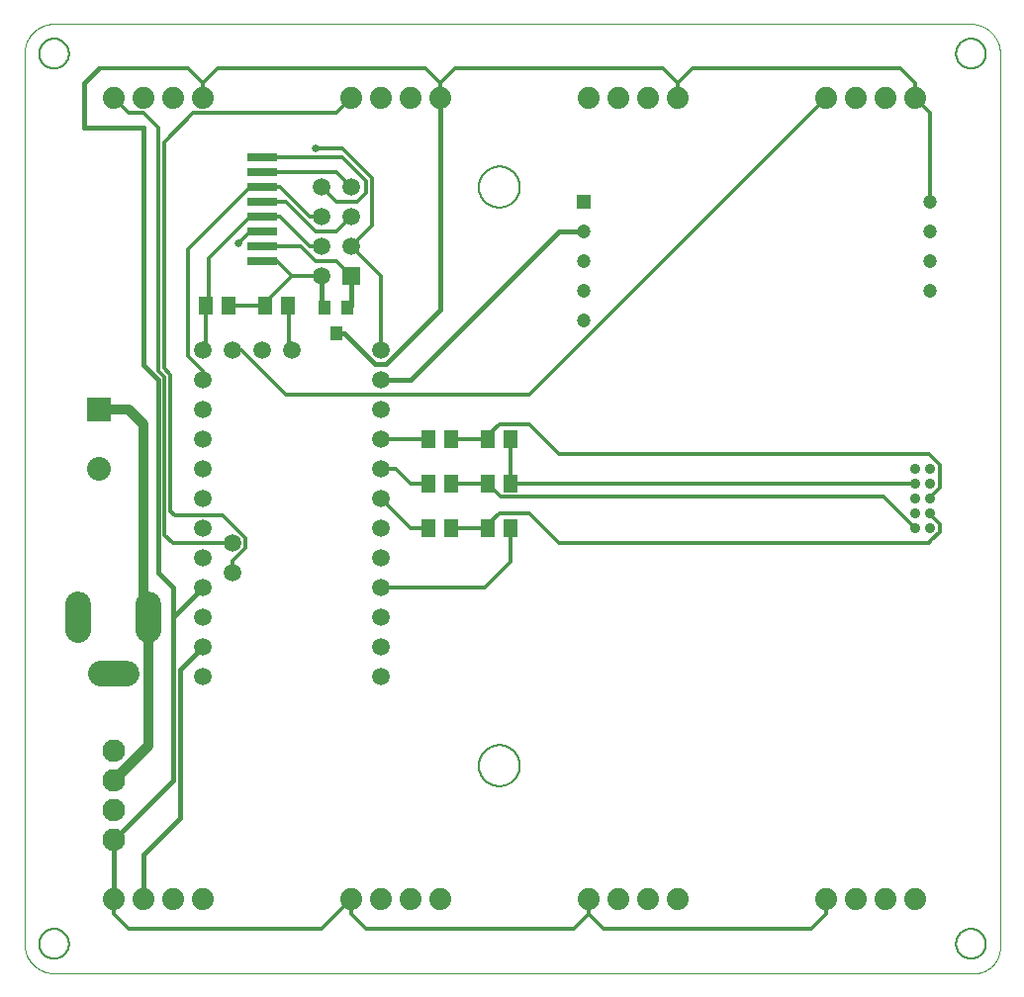
<source format=gtl>
G75*
%MOIN*%
%OFA0B0*%
%FSLAX25Y25*%
%IPPOS*%
%LPD*%
%AMOC8*
5,1,8,0,0,1.08239X$1,22.5*
%
%ADD10C,0.00000*%
%ADD11C,0.00600*%
%ADD12C,0.07400*%
%ADD13C,0.08600*%
%ADD14C,0.05906*%
%ADD15R,0.04724X0.04724*%
%ADD16C,0.04724*%
%ADD17R,0.10000X0.03000*%
%ADD18R,0.05118X0.05906*%
%ADD19R,0.08000X0.08000*%
%ADD20C,0.08000*%
%ADD21R,0.04000X0.04724*%
%ADD22C,0.03562*%
%ADD23C,0.07600*%
%ADD24R,0.05906X0.05906*%
%ADD25C,0.01200*%
%ADD26C,0.01600*%
%ADD27C,0.03200*%
%ADD28C,0.02578*%
D10*
X0013520Y0011600D02*
X0013520Y0311561D01*
X0013523Y0311803D01*
X0013532Y0312044D01*
X0013546Y0312285D01*
X0013567Y0312526D01*
X0013593Y0312766D01*
X0013625Y0313006D01*
X0013663Y0313245D01*
X0013706Y0313482D01*
X0013756Y0313719D01*
X0013811Y0313954D01*
X0013871Y0314188D01*
X0013938Y0314420D01*
X0014009Y0314651D01*
X0014087Y0314880D01*
X0014170Y0315107D01*
X0014258Y0315332D01*
X0014352Y0315555D01*
X0014451Y0315775D01*
X0014556Y0315993D01*
X0014665Y0316208D01*
X0014780Y0316421D01*
X0014900Y0316631D01*
X0015025Y0316837D01*
X0015155Y0317041D01*
X0015290Y0317242D01*
X0015430Y0317439D01*
X0015574Y0317633D01*
X0015723Y0317823D01*
X0015877Y0318009D01*
X0016035Y0318192D01*
X0016197Y0318371D01*
X0016364Y0318546D01*
X0016535Y0318717D01*
X0016710Y0318884D01*
X0016889Y0319046D01*
X0017072Y0319204D01*
X0017258Y0319358D01*
X0017448Y0319507D01*
X0017642Y0319651D01*
X0017839Y0319791D01*
X0018040Y0319926D01*
X0018244Y0320056D01*
X0018450Y0320181D01*
X0018660Y0320301D01*
X0018873Y0320416D01*
X0019088Y0320525D01*
X0019306Y0320630D01*
X0019526Y0320729D01*
X0019749Y0320823D01*
X0019974Y0320911D01*
X0020201Y0320994D01*
X0020430Y0321072D01*
X0020661Y0321143D01*
X0020893Y0321210D01*
X0021127Y0321270D01*
X0021362Y0321325D01*
X0021599Y0321375D01*
X0021836Y0321418D01*
X0022075Y0321456D01*
X0022315Y0321488D01*
X0022555Y0321514D01*
X0022796Y0321535D01*
X0023037Y0321549D01*
X0023278Y0321558D01*
X0023520Y0321561D01*
X0332260Y0321561D01*
X0332501Y0321558D01*
X0332741Y0321549D01*
X0332982Y0321535D01*
X0333221Y0321514D01*
X0333461Y0321488D01*
X0333699Y0321456D01*
X0333937Y0321419D01*
X0334174Y0321375D01*
X0334409Y0321326D01*
X0334644Y0321272D01*
X0334877Y0321211D01*
X0335108Y0321145D01*
X0335338Y0321073D01*
X0335566Y0320996D01*
X0335792Y0320914D01*
X0336016Y0320826D01*
X0336238Y0320732D01*
X0336458Y0320633D01*
X0336675Y0320529D01*
X0336889Y0320420D01*
X0337101Y0320306D01*
X0337310Y0320186D01*
X0337516Y0320062D01*
X0337719Y0319932D01*
X0337918Y0319798D01*
X0338115Y0319659D01*
X0338308Y0319515D01*
X0338497Y0319366D01*
X0338683Y0319213D01*
X0338865Y0319056D01*
X0339044Y0318894D01*
X0339218Y0318728D01*
X0339388Y0318558D01*
X0339554Y0318384D01*
X0339716Y0318205D01*
X0339873Y0318023D01*
X0340026Y0317837D01*
X0340175Y0317648D01*
X0340319Y0317455D01*
X0340458Y0317258D01*
X0340592Y0317059D01*
X0340722Y0316856D01*
X0340846Y0316650D01*
X0340966Y0316441D01*
X0341080Y0316229D01*
X0341189Y0316015D01*
X0341293Y0315798D01*
X0341392Y0315578D01*
X0341486Y0315356D01*
X0341574Y0315132D01*
X0341656Y0314906D01*
X0341733Y0314678D01*
X0341805Y0314448D01*
X0341871Y0314217D01*
X0341932Y0313984D01*
X0341986Y0313749D01*
X0342035Y0313514D01*
X0342079Y0313277D01*
X0342116Y0313039D01*
X0342148Y0312801D01*
X0342174Y0312561D01*
X0342195Y0312322D01*
X0342209Y0312081D01*
X0342218Y0311841D01*
X0342221Y0311600D01*
X0342220Y0311600D02*
X0342220Y0010301D01*
X0342221Y0010301D02*
X0342218Y0010091D01*
X0342211Y0009881D01*
X0342198Y0009671D01*
X0342180Y0009461D01*
X0342158Y0009252D01*
X0342130Y0009044D01*
X0342097Y0008836D01*
X0342059Y0008629D01*
X0342016Y0008423D01*
X0341968Y0008219D01*
X0341915Y0008015D01*
X0341858Y0007813D01*
X0341795Y0007612D01*
X0341728Y0007413D01*
X0341656Y0007216D01*
X0341579Y0007020D01*
X0341497Y0006826D01*
X0341411Y0006634D01*
X0341320Y0006445D01*
X0341224Y0006257D01*
X0341124Y0006072D01*
X0341020Y0005890D01*
X0340911Y0005710D01*
X0340798Y0005533D01*
X0340681Y0005358D01*
X0340559Y0005187D01*
X0340434Y0005018D01*
X0340304Y0004853D01*
X0340170Y0004690D01*
X0340033Y0004531D01*
X0339891Y0004375D01*
X0339746Y0004223D01*
X0339598Y0004075D01*
X0339446Y0003930D01*
X0339290Y0003788D01*
X0339131Y0003651D01*
X0338968Y0003517D01*
X0338803Y0003387D01*
X0338634Y0003262D01*
X0338463Y0003140D01*
X0338288Y0003023D01*
X0338111Y0002910D01*
X0337931Y0002801D01*
X0337749Y0002697D01*
X0337564Y0002597D01*
X0337376Y0002501D01*
X0337187Y0002410D01*
X0336995Y0002324D01*
X0336801Y0002242D01*
X0336605Y0002165D01*
X0336408Y0002093D01*
X0336209Y0002026D01*
X0336008Y0001963D01*
X0335806Y0001906D01*
X0335602Y0001853D01*
X0335398Y0001805D01*
X0335192Y0001762D01*
X0334985Y0001724D01*
X0334777Y0001691D01*
X0334569Y0001663D01*
X0334360Y0001641D01*
X0334150Y0001623D01*
X0333940Y0001610D01*
X0333730Y0001603D01*
X0333520Y0001600D01*
X0023520Y0001600D01*
X0023278Y0001603D01*
X0023037Y0001612D01*
X0022796Y0001626D01*
X0022555Y0001647D01*
X0022315Y0001673D01*
X0022075Y0001705D01*
X0021836Y0001743D01*
X0021599Y0001786D01*
X0021362Y0001836D01*
X0021127Y0001891D01*
X0020893Y0001951D01*
X0020661Y0002018D01*
X0020430Y0002089D01*
X0020201Y0002167D01*
X0019974Y0002250D01*
X0019749Y0002338D01*
X0019526Y0002432D01*
X0019306Y0002531D01*
X0019088Y0002636D01*
X0018873Y0002745D01*
X0018660Y0002860D01*
X0018450Y0002980D01*
X0018244Y0003105D01*
X0018040Y0003235D01*
X0017839Y0003370D01*
X0017642Y0003510D01*
X0017448Y0003654D01*
X0017258Y0003803D01*
X0017072Y0003957D01*
X0016889Y0004115D01*
X0016710Y0004277D01*
X0016535Y0004444D01*
X0016364Y0004615D01*
X0016197Y0004790D01*
X0016035Y0004969D01*
X0015877Y0005152D01*
X0015723Y0005338D01*
X0015574Y0005528D01*
X0015430Y0005722D01*
X0015290Y0005919D01*
X0015155Y0006120D01*
X0015025Y0006324D01*
X0014900Y0006530D01*
X0014780Y0006740D01*
X0014665Y0006953D01*
X0014556Y0007168D01*
X0014451Y0007386D01*
X0014352Y0007606D01*
X0014258Y0007829D01*
X0014170Y0008054D01*
X0014087Y0008281D01*
X0014009Y0008510D01*
X0013938Y0008741D01*
X0013871Y0008973D01*
X0013811Y0009207D01*
X0013756Y0009442D01*
X0013706Y0009679D01*
X0013663Y0009916D01*
X0013625Y0010155D01*
X0013593Y0010395D01*
X0013567Y0010635D01*
X0013546Y0010876D01*
X0013532Y0011117D01*
X0013523Y0011358D01*
X0013520Y0011600D01*
D11*
X0018520Y0011600D02*
X0018522Y0011741D01*
X0018528Y0011882D01*
X0018538Y0012022D01*
X0018552Y0012162D01*
X0018570Y0012302D01*
X0018591Y0012441D01*
X0018617Y0012580D01*
X0018646Y0012718D01*
X0018680Y0012854D01*
X0018717Y0012990D01*
X0018758Y0013125D01*
X0018803Y0013259D01*
X0018852Y0013391D01*
X0018904Y0013522D01*
X0018960Y0013651D01*
X0019020Y0013778D01*
X0019083Y0013904D01*
X0019149Y0014028D01*
X0019220Y0014151D01*
X0019293Y0014271D01*
X0019370Y0014389D01*
X0019450Y0014505D01*
X0019534Y0014618D01*
X0019620Y0014729D01*
X0019710Y0014838D01*
X0019803Y0014944D01*
X0019898Y0015047D01*
X0019997Y0015148D01*
X0020098Y0015246D01*
X0020202Y0015341D01*
X0020309Y0015433D01*
X0020418Y0015522D01*
X0020530Y0015607D01*
X0020644Y0015690D01*
X0020760Y0015770D01*
X0020879Y0015846D01*
X0021000Y0015918D01*
X0021122Y0015988D01*
X0021247Y0016053D01*
X0021373Y0016116D01*
X0021501Y0016174D01*
X0021631Y0016229D01*
X0021762Y0016281D01*
X0021895Y0016328D01*
X0022029Y0016372D01*
X0022164Y0016413D01*
X0022300Y0016449D01*
X0022437Y0016481D01*
X0022575Y0016510D01*
X0022713Y0016535D01*
X0022853Y0016555D01*
X0022993Y0016572D01*
X0023133Y0016585D01*
X0023274Y0016594D01*
X0023414Y0016599D01*
X0023555Y0016600D01*
X0023696Y0016597D01*
X0023837Y0016590D01*
X0023977Y0016579D01*
X0024117Y0016564D01*
X0024257Y0016545D01*
X0024396Y0016523D01*
X0024534Y0016496D01*
X0024672Y0016466D01*
X0024808Y0016431D01*
X0024944Y0016393D01*
X0025078Y0016351D01*
X0025212Y0016305D01*
X0025344Y0016256D01*
X0025474Y0016202D01*
X0025603Y0016145D01*
X0025730Y0016085D01*
X0025856Y0016021D01*
X0025979Y0015953D01*
X0026101Y0015882D01*
X0026221Y0015808D01*
X0026338Y0015730D01*
X0026453Y0015649D01*
X0026566Y0015565D01*
X0026677Y0015478D01*
X0026785Y0015387D01*
X0026890Y0015294D01*
X0026993Y0015197D01*
X0027093Y0015098D01*
X0027190Y0014996D01*
X0027284Y0014891D01*
X0027375Y0014784D01*
X0027463Y0014674D01*
X0027548Y0014562D01*
X0027630Y0014447D01*
X0027709Y0014330D01*
X0027784Y0014211D01*
X0027856Y0014090D01*
X0027924Y0013967D01*
X0027989Y0013842D01*
X0028051Y0013715D01*
X0028108Y0013586D01*
X0028163Y0013456D01*
X0028213Y0013325D01*
X0028260Y0013192D01*
X0028303Y0013058D01*
X0028342Y0012922D01*
X0028377Y0012786D01*
X0028409Y0012649D01*
X0028436Y0012511D01*
X0028460Y0012372D01*
X0028480Y0012232D01*
X0028496Y0012092D01*
X0028508Y0011952D01*
X0028516Y0011811D01*
X0028520Y0011670D01*
X0028520Y0011530D01*
X0028516Y0011389D01*
X0028508Y0011248D01*
X0028496Y0011108D01*
X0028480Y0010968D01*
X0028460Y0010828D01*
X0028436Y0010689D01*
X0028409Y0010551D01*
X0028377Y0010414D01*
X0028342Y0010278D01*
X0028303Y0010142D01*
X0028260Y0010008D01*
X0028213Y0009875D01*
X0028163Y0009744D01*
X0028108Y0009614D01*
X0028051Y0009485D01*
X0027989Y0009358D01*
X0027924Y0009233D01*
X0027856Y0009110D01*
X0027784Y0008989D01*
X0027709Y0008870D01*
X0027630Y0008753D01*
X0027548Y0008638D01*
X0027463Y0008526D01*
X0027375Y0008416D01*
X0027284Y0008309D01*
X0027190Y0008204D01*
X0027093Y0008102D01*
X0026993Y0008003D01*
X0026890Y0007906D01*
X0026785Y0007813D01*
X0026677Y0007722D01*
X0026566Y0007635D01*
X0026453Y0007551D01*
X0026338Y0007470D01*
X0026221Y0007392D01*
X0026101Y0007318D01*
X0025979Y0007247D01*
X0025856Y0007179D01*
X0025730Y0007115D01*
X0025603Y0007055D01*
X0025474Y0006998D01*
X0025344Y0006944D01*
X0025212Y0006895D01*
X0025078Y0006849D01*
X0024944Y0006807D01*
X0024808Y0006769D01*
X0024672Y0006734D01*
X0024534Y0006704D01*
X0024396Y0006677D01*
X0024257Y0006655D01*
X0024117Y0006636D01*
X0023977Y0006621D01*
X0023837Y0006610D01*
X0023696Y0006603D01*
X0023555Y0006600D01*
X0023414Y0006601D01*
X0023274Y0006606D01*
X0023133Y0006615D01*
X0022993Y0006628D01*
X0022853Y0006645D01*
X0022713Y0006665D01*
X0022575Y0006690D01*
X0022437Y0006719D01*
X0022300Y0006751D01*
X0022164Y0006787D01*
X0022029Y0006828D01*
X0021895Y0006872D01*
X0021762Y0006919D01*
X0021631Y0006971D01*
X0021501Y0007026D01*
X0021373Y0007084D01*
X0021247Y0007147D01*
X0021122Y0007212D01*
X0021000Y0007282D01*
X0020879Y0007354D01*
X0020760Y0007430D01*
X0020644Y0007510D01*
X0020530Y0007593D01*
X0020418Y0007678D01*
X0020309Y0007767D01*
X0020202Y0007859D01*
X0020098Y0007954D01*
X0019997Y0008052D01*
X0019898Y0008153D01*
X0019803Y0008256D01*
X0019710Y0008362D01*
X0019620Y0008471D01*
X0019534Y0008582D01*
X0019450Y0008695D01*
X0019370Y0008811D01*
X0019293Y0008929D01*
X0019220Y0009049D01*
X0019149Y0009172D01*
X0019083Y0009296D01*
X0019020Y0009422D01*
X0018960Y0009549D01*
X0018904Y0009678D01*
X0018852Y0009809D01*
X0018803Y0009941D01*
X0018758Y0010075D01*
X0018717Y0010210D01*
X0018680Y0010346D01*
X0018646Y0010482D01*
X0018617Y0010620D01*
X0018591Y0010759D01*
X0018570Y0010898D01*
X0018552Y0011038D01*
X0018538Y0011178D01*
X0018528Y0011318D01*
X0018522Y0011459D01*
X0018520Y0011600D01*
X0166630Y0071600D02*
X0166632Y0071769D01*
X0166638Y0071938D01*
X0166649Y0072107D01*
X0166663Y0072275D01*
X0166682Y0072443D01*
X0166705Y0072611D01*
X0166731Y0072778D01*
X0166762Y0072944D01*
X0166797Y0073110D01*
X0166836Y0073274D01*
X0166880Y0073438D01*
X0166927Y0073600D01*
X0166978Y0073761D01*
X0167033Y0073921D01*
X0167092Y0074080D01*
X0167154Y0074237D01*
X0167221Y0074392D01*
X0167292Y0074546D01*
X0167366Y0074698D01*
X0167444Y0074848D01*
X0167525Y0074996D01*
X0167610Y0075142D01*
X0167699Y0075286D01*
X0167791Y0075428D01*
X0167887Y0075567D01*
X0167986Y0075704D01*
X0168088Y0075839D01*
X0168194Y0075971D01*
X0168303Y0076100D01*
X0168415Y0076227D01*
X0168530Y0076351D01*
X0168648Y0076472D01*
X0168769Y0076590D01*
X0168893Y0076705D01*
X0169020Y0076817D01*
X0169149Y0076926D01*
X0169281Y0077032D01*
X0169416Y0077134D01*
X0169553Y0077233D01*
X0169692Y0077329D01*
X0169834Y0077421D01*
X0169978Y0077510D01*
X0170124Y0077595D01*
X0170272Y0077676D01*
X0170422Y0077754D01*
X0170574Y0077828D01*
X0170728Y0077899D01*
X0170883Y0077966D01*
X0171040Y0078028D01*
X0171199Y0078087D01*
X0171359Y0078142D01*
X0171520Y0078193D01*
X0171682Y0078240D01*
X0171846Y0078284D01*
X0172010Y0078323D01*
X0172176Y0078358D01*
X0172342Y0078389D01*
X0172509Y0078415D01*
X0172677Y0078438D01*
X0172845Y0078457D01*
X0173013Y0078471D01*
X0173182Y0078482D01*
X0173351Y0078488D01*
X0173520Y0078490D01*
X0173689Y0078488D01*
X0173858Y0078482D01*
X0174027Y0078471D01*
X0174195Y0078457D01*
X0174363Y0078438D01*
X0174531Y0078415D01*
X0174698Y0078389D01*
X0174864Y0078358D01*
X0175030Y0078323D01*
X0175194Y0078284D01*
X0175358Y0078240D01*
X0175520Y0078193D01*
X0175681Y0078142D01*
X0175841Y0078087D01*
X0176000Y0078028D01*
X0176157Y0077966D01*
X0176312Y0077899D01*
X0176466Y0077828D01*
X0176618Y0077754D01*
X0176768Y0077676D01*
X0176916Y0077595D01*
X0177062Y0077510D01*
X0177206Y0077421D01*
X0177348Y0077329D01*
X0177487Y0077233D01*
X0177624Y0077134D01*
X0177759Y0077032D01*
X0177891Y0076926D01*
X0178020Y0076817D01*
X0178147Y0076705D01*
X0178271Y0076590D01*
X0178392Y0076472D01*
X0178510Y0076351D01*
X0178625Y0076227D01*
X0178737Y0076100D01*
X0178846Y0075971D01*
X0178952Y0075839D01*
X0179054Y0075704D01*
X0179153Y0075567D01*
X0179249Y0075428D01*
X0179341Y0075286D01*
X0179430Y0075142D01*
X0179515Y0074996D01*
X0179596Y0074848D01*
X0179674Y0074698D01*
X0179748Y0074546D01*
X0179819Y0074392D01*
X0179886Y0074237D01*
X0179948Y0074080D01*
X0180007Y0073921D01*
X0180062Y0073761D01*
X0180113Y0073600D01*
X0180160Y0073438D01*
X0180204Y0073274D01*
X0180243Y0073110D01*
X0180278Y0072944D01*
X0180309Y0072778D01*
X0180335Y0072611D01*
X0180358Y0072443D01*
X0180377Y0072275D01*
X0180391Y0072107D01*
X0180402Y0071938D01*
X0180408Y0071769D01*
X0180410Y0071600D01*
X0180408Y0071431D01*
X0180402Y0071262D01*
X0180391Y0071093D01*
X0180377Y0070925D01*
X0180358Y0070757D01*
X0180335Y0070589D01*
X0180309Y0070422D01*
X0180278Y0070256D01*
X0180243Y0070090D01*
X0180204Y0069926D01*
X0180160Y0069762D01*
X0180113Y0069600D01*
X0180062Y0069439D01*
X0180007Y0069279D01*
X0179948Y0069120D01*
X0179886Y0068963D01*
X0179819Y0068808D01*
X0179748Y0068654D01*
X0179674Y0068502D01*
X0179596Y0068352D01*
X0179515Y0068204D01*
X0179430Y0068058D01*
X0179341Y0067914D01*
X0179249Y0067772D01*
X0179153Y0067633D01*
X0179054Y0067496D01*
X0178952Y0067361D01*
X0178846Y0067229D01*
X0178737Y0067100D01*
X0178625Y0066973D01*
X0178510Y0066849D01*
X0178392Y0066728D01*
X0178271Y0066610D01*
X0178147Y0066495D01*
X0178020Y0066383D01*
X0177891Y0066274D01*
X0177759Y0066168D01*
X0177624Y0066066D01*
X0177487Y0065967D01*
X0177348Y0065871D01*
X0177206Y0065779D01*
X0177062Y0065690D01*
X0176916Y0065605D01*
X0176768Y0065524D01*
X0176618Y0065446D01*
X0176466Y0065372D01*
X0176312Y0065301D01*
X0176157Y0065234D01*
X0176000Y0065172D01*
X0175841Y0065113D01*
X0175681Y0065058D01*
X0175520Y0065007D01*
X0175358Y0064960D01*
X0175194Y0064916D01*
X0175030Y0064877D01*
X0174864Y0064842D01*
X0174698Y0064811D01*
X0174531Y0064785D01*
X0174363Y0064762D01*
X0174195Y0064743D01*
X0174027Y0064729D01*
X0173858Y0064718D01*
X0173689Y0064712D01*
X0173520Y0064710D01*
X0173351Y0064712D01*
X0173182Y0064718D01*
X0173013Y0064729D01*
X0172845Y0064743D01*
X0172677Y0064762D01*
X0172509Y0064785D01*
X0172342Y0064811D01*
X0172176Y0064842D01*
X0172010Y0064877D01*
X0171846Y0064916D01*
X0171682Y0064960D01*
X0171520Y0065007D01*
X0171359Y0065058D01*
X0171199Y0065113D01*
X0171040Y0065172D01*
X0170883Y0065234D01*
X0170728Y0065301D01*
X0170574Y0065372D01*
X0170422Y0065446D01*
X0170272Y0065524D01*
X0170124Y0065605D01*
X0169978Y0065690D01*
X0169834Y0065779D01*
X0169692Y0065871D01*
X0169553Y0065967D01*
X0169416Y0066066D01*
X0169281Y0066168D01*
X0169149Y0066274D01*
X0169020Y0066383D01*
X0168893Y0066495D01*
X0168769Y0066610D01*
X0168648Y0066728D01*
X0168530Y0066849D01*
X0168415Y0066973D01*
X0168303Y0067100D01*
X0168194Y0067229D01*
X0168088Y0067361D01*
X0167986Y0067496D01*
X0167887Y0067633D01*
X0167791Y0067772D01*
X0167699Y0067914D01*
X0167610Y0068058D01*
X0167525Y0068204D01*
X0167444Y0068352D01*
X0167366Y0068502D01*
X0167292Y0068654D01*
X0167221Y0068808D01*
X0167154Y0068963D01*
X0167092Y0069120D01*
X0167033Y0069279D01*
X0166978Y0069439D01*
X0166927Y0069600D01*
X0166880Y0069762D01*
X0166836Y0069926D01*
X0166797Y0070090D01*
X0166762Y0070256D01*
X0166731Y0070422D01*
X0166705Y0070589D01*
X0166682Y0070757D01*
X0166663Y0070925D01*
X0166649Y0071093D01*
X0166638Y0071262D01*
X0166632Y0071431D01*
X0166630Y0071600D01*
X0327417Y0011600D02*
X0327419Y0011741D01*
X0327425Y0011882D01*
X0327435Y0012022D01*
X0327449Y0012162D01*
X0327467Y0012302D01*
X0327488Y0012441D01*
X0327514Y0012580D01*
X0327543Y0012718D01*
X0327577Y0012854D01*
X0327614Y0012990D01*
X0327655Y0013125D01*
X0327700Y0013259D01*
X0327749Y0013391D01*
X0327801Y0013522D01*
X0327857Y0013651D01*
X0327917Y0013778D01*
X0327980Y0013904D01*
X0328046Y0014028D01*
X0328117Y0014151D01*
X0328190Y0014271D01*
X0328267Y0014389D01*
X0328347Y0014505D01*
X0328431Y0014618D01*
X0328517Y0014729D01*
X0328607Y0014838D01*
X0328700Y0014944D01*
X0328795Y0015047D01*
X0328894Y0015148D01*
X0328995Y0015246D01*
X0329099Y0015341D01*
X0329206Y0015433D01*
X0329315Y0015522D01*
X0329427Y0015607D01*
X0329541Y0015690D01*
X0329657Y0015770D01*
X0329776Y0015846D01*
X0329897Y0015918D01*
X0330019Y0015988D01*
X0330144Y0016053D01*
X0330270Y0016116D01*
X0330398Y0016174D01*
X0330528Y0016229D01*
X0330659Y0016281D01*
X0330792Y0016328D01*
X0330926Y0016372D01*
X0331061Y0016413D01*
X0331197Y0016449D01*
X0331334Y0016481D01*
X0331472Y0016510D01*
X0331610Y0016535D01*
X0331750Y0016555D01*
X0331890Y0016572D01*
X0332030Y0016585D01*
X0332171Y0016594D01*
X0332311Y0016599D01*
X0332452Y0016600D01*
X0332593Y0016597D01*
X0332734Y0016590D01*
X0332874Y0016579D01*
X0333014Y0016564D01*
X0333154Y0016545D01*
X0333293Y0016523D01*
X0333431Y0016496D01*
X0333569Y0016466D01*
X0333705Y0016431D01*
X0333841Y0016393D01*
X0333975Y0016351D01*
X0334109Y0016305D01*
X0334241Y0016256D01*
X0334371Y0016202D01*
X0334500Y0016145D01*
X0334627Y0016085D01*
X0334753Y0016021D01*
X0334876Y0015953D01*
X0334998Y0015882D01*
X0335118Y0015808D01*
X0335235Y0015730D01*
X0335350Y0015649D01*
X0335463Y0015565D01*
X0335574Y0015478D01*
X0335682Y0015387D01*
X0335787Y0015294D01*
X0335890Y0015197D01*
X0335990Y0015098D01*
X0336087Y0014996D01*
X0336181Y0014891D01*
X0336272Y0014784D01*
X0336360Y0014674D01*
X0336445Y0014562D01*
X0336527Y0014447D01*
X0336606Y0014330D01*
X0336681Y0014211D01*
X0336753Y0014090D01*
X0336821Y0013967D01*
X0336886Y0013842D01*
X0336948Y0013715D01*
X0337005Y0013586D01*
X0337060Y0013456D01*
X0337110Y0013325D01*
X0337157Y0013192D01*
X0337200Y0013058D01*
X0337239Y0012922D01*
X0337274Y0012786D01*
X0337306Y0012649D01*
X0337333Y0012511D01*
X0337357Y0012372D01*
X0337377Y0012232D01*
X0337393Y0012092D01*
X0337405Y0011952D01*
X0337413Y0011811D01*
X0337417Y0011670D01*
X0337417Y0011530D01*
X0337413Y0011389D01*
X0337405Y0011248D01*
X0337393Y0011108D01*
X0337377Y0010968D01*
X0337357Y0010828D01*
X0337333Y0010689D01*
X0337306Y0010551D01*
X0337274Y0010414D01*
X0337239Y0010278D01*
X0337200Y0010142D01*
X0337157Y0010008D01*
X0337110Y0009875D01*
X0337060Y0009744D01*
X0337005Y0009614D01*
X0336948Y0009485D01*
X0336886Y0009358D01*
X0336821Y0009233D01*
X0336753Y0009110D01*
X0336681Y0008989D01*
X0336606Y0008870D01*
X0336527Y0008753D01*
X0336445Y0008638D01*
X0336360Y0008526D01*
X0336272Y0008416D01*
X0336181Y0008309D01*
X0336087Y0008204D01*
X0335990Y0008102D01*
X0335890Y0008003D01*
X0335787Y0007906D01*
X0335682Y0007813D01*
X0335574Y0007722D01*
X0335463Y0007635D01*
X0335350Y0007551D01*
X0335235Y0007470D01*
X0335118Y0007392D01*
X0334998Y0007318D01*
X0334876Y0007247D01*
X0334753Y0007179D01*
X0334627Y0007115D01*
X0334500Y0007055D01*
X0334371Y0006998D01*
X0334241Y0006944D01*
X0334109Y0006895D01*
X0333975Y0006849D01*
X0333841Y0006807D01*
X0333705Y0006769D01*
X0333569Y0006734D01*
X0333431Y0006704D01*
X0333293Y0006677D01*
X0333154Y0006655D01*
X0333014Y0006636D01*
X0332874Y0006621D01*
X0332734Y0006610D01*
X0332593Y0006603D01*
X0332452Y0006600D01*
X0332311Y0006601D01*
X0332171Y0006606D01*
X0332030Y0006615D01*
X0331890Y0006628D01*
X0331750Y0006645D01*
X0331610Y0006665D01*
X0331472Y0006690D01*
X0331334Y0006719D01*
X0331197Y0006751D01*
X0331061Y0006787D01*
X0330926Y0006828D01*
X0330792Y0006872D01*
X0330659Y0006919D01*
X0330528Y0006971D01*
X0330398Y0007026D01*
X0330270Y0007084D01*
X0330144Y0007147D01*
X0330019Y0007212D01*
X0329897Y0007282D01*
X0329776Y0007354D01*
X0329657Y0007430D01*
X0329541Y0007510D01*
X0329427Y0007593D01*
X0329315Y0007678D01*
X0329206Y0007767D01*
X0329099Y0007859D01*
X0328995Y0007954D01*
X0328894Y0008052D01*
X0328795Y0008153D01*
X0328700Y0008256D01*
X0328607Y0008362D01*
X0328517Y0008471D01*
X0328431Y0008582D01*
X0328347Y0008695D01*
X0328267Y0008811D01*
X0328190Y0008929D01*
X0328117Y0009049D01*
X0328046Y0009172D01*
X0327980Y0009296D01*
X0327917Y0009422D01*
X0327857Y0009549D01*
X0327801Y0009678D01*
X0327749Y0009809D01*
X0327700Y0009941D01*
X0327655Y0010075D01*
X0327614Y0010210D01*
X0327577Y0010346D01*
X0327543Y0010482D01*
X0327514Y0010620D01*
X0327488Y0010759D01*
X0327467Y0010898D01*
X0327449Y0011038D01*
X0327435Y0011178D01*
X0327425Y0011318D01*
X0327419Y0011459D01*
X0327417Y0011600D01*
X0166630Y0266600D02*
X0166632Y0266769D01*
X0166638Y0266938D01*
X0166649Y0267107D01*
X0166663Y0267275D01*
X0166682Y0267443D01*
X0166705Y0267611D01*
X0166731Y0267778D01*
X0166762Y0267944D01*
X0166797Y0268110D01*
X0166836Y0268274D01*
X0166880Y0268438D01*
X0166927Y0268600D01*
X0166978Y0268761D01*
X0167033Y0268921D01*
X0167092Y0269080D01*
X0167154Y0269237D01*
X0167221Y0269392D01*
X0167292Y0269546D01*
X0167366Y0269698D01*
X0167444Y0269848D01*
X0167525Y0269996D01*
X0167610Y0270142D01*
X0167699Y0270286D01*
X0167791Y0270428D01*
X0167887Y0270567D01*
X0167986Y0270704D01*
X0168088Y0270839D01*
X0168194Y0270971D01*
X0168303Y0271100D01*
X0168415Y0271227D01*
X0168530Y0271351D01*
X0168648Y0271472D01*
X0168769Y0271590D01*
X0168893Y0271705D01*
X0169020Y0271817D01*
X0169149Y0271926D01*
X0169281Y0272032D01*
X0169416Y0272134D01*
X0169553Y0272233D01*
X0169692Y0272329D01*
X0169834Y0272421D01*
X0169978Y0272510D01*
X0170124Y0272595D01*
X0170272Y0272676D01*
X0170422Y0272754D01*
X0170574Y0272828D01*
X0170728Y0272899D01*
X0170883Y0272966D01*
X0171040Y0273028D01*
X0171199Y0273087D01*
X0171359Y0273142D01*
X0171520Y0273193D01*
X0171682Y0273240D01*
X0171846Y0273284D01*
X0172010Y0273323D01*
X0172176Y0273358D01*
X0172342Y0273389D01*
X0172509Y0273415D01*
X0172677Y0273438D01*
X0172845Y0273457D01*
X0173013Y0273471D01*
X0173182Y0273482D01*
X0173351Y0273488D01*
X0173520Y0273490D01*
X0173689Y0273488D01*
X0173858Y0273482D01*
X0174027Y0273471D01*
X0174195Y0273457D01*
X0174363Y0273438D01*
X0174531Y0273415D01*
X0174698Y0273389D01*
X0174864Y0273358D01*
X0175030Y0273323D01*
X0175194Y0273284D01*
X0175358Y0273240D01*
X0175520Y0273193D01*
X0175681Y0273142D01*
X0175841Y0273087D01*
X0176000Y0273028D01*
X0176157Y0272966D01*
X0176312Y0272899D01*
X0176466Y0272828D01*
X0176618Y0272754D01*
X0176768Y0272676D01*
X0176916Y0272595D01*
X0177062Y0272510D01*
X0177206Y0272421D01*
X0177348Y0272329D01*
X0177487Y0272233D01*
X0177624Y0272134D01*
X0177759Y0272032D01*
X0177891Y0271926D01*
X0178020Y0271817D01*
X0178147Y0271705D01*
X0178271Y0271590D01*
X0178392Y0271472D01*
X0178510Y0271351D01*
X0178625Y0271227D01*
X0178737Y0271100D01*
X0178846Y0270971D01*
X0178952Y0270839D01*
X0179054Y0270704D01*
X0179153Y0270567D01*
X0179249Y0270428D01*
X0179341Y0270286D01*
X0179430Y0270142D01*
X0179515Y0269996D01*
X0179596Y0269848D01*
X0179674Y0269698D01*
X0179748Y0269546D01*
X0179819Y0269392D01*
X0179886Y0269237D01*
X0179948Y0269080D01*
X0180007Y0268921D01*
X0180062Y0268761D01*
X0180113Y0268600D01*
X0180160Y0268438D01*
X0180204Y0268274D01*
X0180243Y0268110D01*
X0180278Y0267944D01*
X0180309Y0267778D01*
X0180335Y0267611D01*
X0180358Y0267443D01*
X0180377Y0267275D01*
X0180391Y0267107D01*
X0180402Y0266938D01*
X0180408Y0266769D01*
X0180410Y0266600D01*
X0180408Y0266431D01*
X0180402Y0266262D01*
X0180391Y0266093D01*
X0180377Y0265925D01*
X0180358Y0265757D01*
X0180335Y0265589D01*
X0180309Y0265422D01*
X0180278Y0265256D01*
X0180243Y0265090D01*
X0180204Y0264926D01*
X0180160Y0264762D01*
X0180113Y0264600D01*
X0180062Y0264439D01*
X0180007Y0264279D01*
X0179948Y0264120D01*
X0179886Y0263963D01*
X0179819Y0263808D01*
X0179748Y0263654D01*
X0179674Y0263502D01*
X0179596Y0263352D01*
X0179515Y0263204D01*
X0179430Y0263058D01*
X0179341Y0262914D01*
X0179249Y0262772D01*
X0179153Y0262633D01*
X0179054Y0262496D01*
X0178952Y0262361D01*
X0178846Y0262229D01*
X0178737Y0262100D01*
X0178625Y0261973D01*
X0178510Y0261849D01*
X0178392Y0261728D01*
X0178271Y0261610D01*
X0178147Y0261495D01*
X0178020Y0261383D01*
X0177891Y0261274D01*
X0177759Y0261168D01*
X0177624Y0261066D01*
X0177487Y0260967D01*
X0177348Y0260871D01*
X0177206Y0260779D01*
X0177062Y0260690D01*
X0176916Y0260605D01*
X0176768Y0260524D01*
X0176618Y0260446D01*
X0176466Y0260372D01*
X0176312Y0260301D01*
X0176157Y0260234D01*
X0176000Y0260172D01*
X0175841Y0260113D01*
X0175681Y0260058D01*
X0175520Y0260007D01*
X0175358Y0259960D01*
X0175194Y0259916D01*
X0175030Y0259877D01*
X0174864Y0259842D01*
X0174698Y0259811D01*
X0174531Y0259785D01*
X0174363Y0259762D01*
X0174195Y0259743D01*
X0174027Y0259729D01*
X0173858Y0259718D01*
X0173689Y0259712D01*
X0173520Y0259710D01*
X0173351Y0259712D01*
X0173182Y0259718D01*
X0173013Y0259729D01*
X0172845Y0259743D01*
X0172677Y0259762D01*
X0172509Y0259785D01*
X0172342Y0259811D01*
X0172176Y0259842D01*
X0172010Y0259877D01*
X0171846Y0259916D01*
X0171682Y0259960D01*
X0171520Y0260007D01*
X0171359Y0260058D01*
X0171199Y0260113D01*
X0171040Y0260172D01*
X0170883Y0260234D01*
X0170728Y0260301D01*
X0170574Y0260372D01*
X0170422Y0260446D01*
X0170272Y0260524D01*
X0170124Y0260605D01*
X0169978Y0260690D01*
X0169834Y0260779D01*
X0169692Y0260871D01*
X0169553Y0260967D01*
X0169416Y0261066D01*
X0169281Y0261168D01*
X0169149Y0261274D01*
X0169020Y0261383D01*
X0168893Y0261495D01*
X0168769Y0261610D01*
X0168648Y0261728D01*
X0168530Y0261849D01*
X0168415Y0261973D01*
X0168303Y0262100D01*
X0168194Y0262229D01*
X0168088Y0262361D01*
X0167986Y0262496D01*
X0167887Y0262633D01*
X0167791Y0262772D01*
X0167699Y0262914D01*
X0167610Y0263058D01*
X0167525Y0263204D01*
X0167444Y0263352D01*
X0167366Y0263502D01*
X0167292Y0263654D01*
X0167221Y0263808D01*
X0167154Y0263963D01*
X0167092Y0264120D01*
X0167033Y0264279D01*
X0166978Y0264439D01*
X0166927Y0264600D01*
X0166880Y0264762D01*
X0166836Y0264926D01*
X0166797Y0265090D01*
X0166762Y0265256D01*
X0166731Y0265422D01*
X0166705Y0265589D01*
X0166682Y0265757D01*
X0166663Y0265925D01*
X0166649Y0266093D01*
X0166638Y0266262D01*
X0166632Y0266431D01*
X0166630Y0266600D01*
X0018520Y0311600D02*
X0018522Y0311741D01*
X0018528Y0311882D01*
X0018538Y0312022D01*
X0018552Y0312162D01*
X0018570Y0312302D01*
X0018591Y0312441D01*
X0018617Y0312580D01*
X0018646Y0312718D01*
X0018680Y0312854D01*
X0018717Y0312990D01*
X0018758Y0313125D01*
X0018803Y0313259D01*
X0018852Y0313391D01*
X0018904Y0313522D01*
X0018960Y0313651D01*
X0019020Y0313778D01*
X0019083Y0313904D01*
X0019149Y0314028D01*
X0019220Y0314151D01*
X0019293Y0314271D01*
X0019370Y0314389D01*
X0019450Y0314505D01*
X0019534Y0314618D01*
X0019620Y0314729D01*
X0019710Y0314838D01*
X0019803Y0314944D01*
X0019898Y0315047D01*
X0019997Y0315148D01*
X0020098Y0315246D01*
X0020202Y0315341D01*
X0020309Y0315433D01*
X0020418Y0315522D01*
X0020530Y0315607D01*
X0020644Y0315690D01*
X0020760Y0315770D01*
X0020879Y0315846D01*
X0021000Y0315918D01*
X0021122Y0315988D01*
X0021247Y0316053D01*
X0021373Y0316116D01*
X0021501Y0316174D01*
X0021631Y0316229D01*
X0021762Y0316281D01*
X0021895Y0316328D01*
X0022029Y0316372D01*
X0022164Y0316413D01*
X0022300Y0316449D01*
X0022437Y0316481D01*
X0022575Y0316510D01*
X0022713Y0316535D01*
X0022853Y0316555D01*
X0022993Y0316572D01*
X0023133Y0316585D01*
X0023274Y0316594D01*
X0023414Y0316599D01*
X0023555Y0316600D01*
X0023696Y0316597D01*
X0023837Y0316590D01*
X0023977Y0316579D01*
X0024117Y0316564D01*
X0024257Y0316545D01*
X0024396Y0316523D01*
X0024534Y0316496D01*
X0024672Y0316466D01*
X0024808Y0316431D01*
X0024944Y0316393D01*
X0025078Y0316351D01*
X0025212Y0316305D01*
X0025344Y0316256D01*
X0025474Y0316202D01*
X0025603Y0316145D01*
X0025730Y0316085D01*
X0025856Y0316021D01*
X0025979Y0315953D01*
X0026101Y0315882D01*
X0026221Y0315808D01*
X0026338Y0315730D01*
X0026453Y0315649D01*
X0026566Y0315565D01*
X0026677Y0315478D01*
X0026785Y0315387D01*
X0026890Y0315294D01*
X0026993Y0315197D01*
X0027093Y0315098D01*
X0027190Y0314996D01*
X0027284Y0314891D01*
X0027375Y0314784D01*
X0027463Y0314674D01*
X0027548Y0314562D01*
X0027630Y0314447D01*
X0027709Y0314330D01*
X0027784Y0314211D01*
X0027856Y0314090D01*
X0027924Y0313967D01*
X0027989Y0313842D01*
X0028051Y0313715D01*
X0028108Y0313586D01*
X0028163Y0313456D01*
X0028213Y0313325D01*
X0028260Y0313192D01*
X0028303Y0313058D01*
X0028342Y0312922D01*
X0028377Y0312786D01*
X0028409Y0312649D01*
X0028436Y0312511D01*
X0028460Y0312372D01*
X0028480Y0312232D01*
X0028496Y0312092D01*
X0028508Y0311952D01*
X0028516Y0311811D01*
X0028520Y0311670D01*
X0028520Y0311530D01*
X0028516Y0311389D01*
X0028508Y0311248D01*
X0028496Y0311108D01*
X0028480Y0310968D01*
X0028460Y0310828D01*
X0028436Y0310689D01*
X0028409Y0310551D01*
X0028377Y0310414D01*
X0028342Y0310278D01*
X0028303Y0310142D01*
X0028260Y0310008D01*
X0028213Y0309875D01*
X0028163Y0309744D01*
X0028108Y0309614D01*
X0028051Y0309485D01*
X0027989Y0309358D01*
X0027924Y0309233D01*
X0027856Y0309110D01*
X0027784Y0308989D01*
X0027709Y0308870D01*
X0027630Y0308753D01*
X0027548Y0308638D01*
X0027463Y0308526D01*
X0027375Y0308416D01*
X0027284Y0308309D01*
X0027190Y0308204D01*
X0027093Y0308102D01*
X0026993Y0308003D01*
X0026890Y0307906D01*
X0026785Y0307813D01*
X0026677Y0307722D01*
X0026566Y0307635D01*
X0026453Y0307551D01*
X0026338Y0307470D01*
X0026221Y0307392D01*
X0026101Y0307318D01*
X0025979Y0307247D01*
X0025856Y0307179D01*
X0025730Y0307115D01*
X0025603Y0307055D01*
X0025474Y0306998D01*
X0025344Y0306944D01*
X0025212Y0306895D01*
X0025078Y0306849D01*
X0024944Y0306807D01*
X0024808Y0306769D01*
X0024672Y0306734D01*
X0024534Y0306704D01*
X0024396Y0306677D01*
X0024257Y0306655D01*
X0024117Y0306636D01*
X0023977Y0306621D01*
X0023837Y0306610D01*
X0023696Y0306603D01*
X0023555Y0306600D01*
X0023414Y0306601D01*
X0023274Y0306606D01*
X0023133Y0306615D01*
X0022993Y0306628D01*
X0022853Y0306645D01*
X0022713Y0306665D01*
X0022575Y0306690D01*
X0022437Y0306719D01*
X0022300Y0306751D01*
X0022164Y0306787D01*
X0022029Y0306828D01*
X0021895Y0306872D01*
X0021762Y0306919D01*
X0021631Y0306971D01*
X0021501Y0307026D01*
X0021373Y0307084D01*
X0021247Y0307147D01*
X0021122Y0307212D01*
X0021000Y0307282D01*
X0020879Y0307354D01*
X0020760Y0307430D01*
X0020644Y0307510D01*
X0020530Y0307593D01*
X0020418Y0307678D01*
X0020309Y0307767D01*
X0020202Y0307859D01*
X0020098Y0307954D01*
X0019997Y0308052D01*
X0019898Y0308153D01*
X0019803Y0308256D01*
X0019710Y0308362D01*
X0019620Y0308471D01*
X0019534Y0308582D01*
X0019450Y0308695D01*
X0019370Y0308811D01*
X0019293Y0308929D01*
X0019220Y0309049D01*
X0019149Y0309172D01*
X0019083Y0309296D01*
X0019020Y0309422D01*
X0018960Y0309549D01*
X0018904Y0309678D01*
X0018852Y0309809D01*
X0018803Y0309941D01*
X0018758Y0310075D01*
X0018717Y0310210D01*
X0018680Y0310346D01*
X0018646Y0310482D01*
X0018617Y0310620D01*
X0018591Y0310759D01*
X0018570Y0310898D01*
X0018552Y0311038D01*
X0018538Y0311178D01*
X0018528Y0311318D01*
X0018522Y0311459D01*
X0018520Y0311600D01*
X0327417Y0311600D02*
X0327419Y0311741D01*
X0327425Y0311882D01*
X0327435Y0312022D01*
X0327449Y0312162D01*
X0327467Y0312302D01*
X0327488Y0312441D01*
X0327514Y0312580D01*
X0327543Y0312718D01*
X0327577Y0312854D01*
X0327614Y0312990D01*
X0327655Y0313125D01*
X0327700Y0313259D01*
X0327749Y0313391D01*
X0327801Y0313522D01*
X0327857Y0313651D01*
X0327917Y0313778D01*
X0327980Y0313904D01*
X0328046Y0314028D01*
X0328117Y0314151D01*
X0328190Y0314271D01*
X0328267Y0314389D01*
X0328347Y0314505D01*
X0328431Y0314618D01*
X0328517Y0314729D01*
X0328607Y0314838D01*
X0328700Y0314944D01*
X0328795Y0315047D01*
X0328894Y0315148D01*
X0328995Y0315246D01*
X0329099Y0315341D01*
X0329206Y0315433D01*
X0329315Y0315522D01*
X0329427Y0315607D01*
X0329541Y0315690D01*
X0329657Y0315770D01*
X0329776Y0315846D01*
X0329897Y0315918D01*
X0330019Y0315988D01*
X0330144Y0316053D01*
X0330270Y0316116D01*
X0330398Y0316174D01*
X0330528Y0316229D01*
X0330659Y0316281D01*
X0330792Y0316328D01*
X0330926Y0316372D01*
X0331061Y0316413D01*
X0331197Y0316449D01*
X0331334Y0316481D01*
X0331472Y0316510D01*
X0331610Y0316535D01*
X0331750Y0316555D01*
X0331890Y0316572D01*
X0332030Y0316585D01*
X0332171Y0316594D01*
X0332311Y0316599D01*
X0332452Y0316600D01*
X0332593Y0316597D01*
X0332734Y0316590D01*
X0332874Y0316579D01*
X0333014Y0316564D01*
X0333154Y0316545D01*
X0333293Y0316523D01*
X0333431Y0316496D01*
X0333569Y0316466D01*
X0333705Y0316431D01*
X0333841Y0316393D01*
X0333975Y0316351D01*
X0334109Y0316305D01*
X0334241Y0316256D01*
X0334371Y0316202D01*
X0334500Y0316145D01*
X0334627Y0316085D01*
X0334753Y0316021D01*
X0334876Y0315953D01*
X0334998Y0315882D01*
X0335118Y0315808D01*
X0335235Y0315730D01*
X0335350Y0315649D01*
X0335463Y0315565D01*
X0335574Y0315478D01*
X0335682Y0315387D01*
X0335787Y0315294D01*
X0335890Y0315197D01*
X0335990Y0315098D01*
X0336087Y0314996D01*
X0336181Y0314891D01*
X0336272Y0314784D01*
X0336360Y0314674D01*
X0336445Y0314562D01*
X0336527Y0314447D01*
X0336606Y0314330D01*
X0336681Y0314211D01*
X0336753Y0314090D01*
X0336821Y0313967D01*
X0336886Y0313842D01*
X0336948Y0313715D01*
X0337005Y0313586D01*
X0337060Y0313456D01*
X0337110Y0313325D01*
X0337157Y0313192D01*
X0337200Y0313058D01*
X0337239Y0312922D01*
X0337274Y0312786D01*
X0337306Y0312649D01*
X0337333Y0312511D01*
X0337357Y0312372D01*
X0337377Y0312232D01*
X0337393Y0312092D01*
X0337405Y0311952D01*
X0337413Y0311811D01*
X0337417Y0311670D01*
X0337417Y0311530D01*
X0337413Y0311389D01*
X0337405Y0311248D01*
X0337393Y0311108D01*
X0337377Y0310968D01*
X0337357Y0310828D01*
X0337333Y0310689D01*
X0337306Y0310551D01*
X0337274Y0310414D01*
X0337239Y0310278D01*
X0337200Y0310142D01*
X0337157Y0310008D01*
X0337110Y0309875D01*
X0337060Y0309744D01*
X0337005Y0309614D01*
X0336948Y0309485D01*
X0336886Y0309358D01*
X0336821Y0309233D01*
X0336753Y0309110D01*
X0336681Y0308989D01*
X0336606Y0308870D01*
X0336527Y0308753D01*
X0336445Y0308638D01*
X0336360Y0308526D01*
X0336272Y0308416D01*
X0336181Y0308309D01*
X0336087Y0308204D01*
X0335990Y0308102D01*
X0335890Y0308003D01*
X0335787Y0307906D01*
X0335682Y0307813D01*
X0335574Y0307722D01*
X0335463Y0307635D01*
X0335350Y0307551D01*
X0335235Y0307470D01*
X0335118Y0307392D01*
X0334998Y0307318D01*
X0334876Y0307247D01*
X0334753Y0307179D01*
X0334627Y0307115D01*
X0334500Y0307055D01*
X0334371Y0306998D01*
X0334241Y0306944D01*
X0334109Y0306895D01*
X0333975Y0306849D01*
X0333841Y0306807D01*
X0333705Y0306769D01*
X0333569Y0306734D01*
X0333431Y0306704D01*
X0333293Y0306677D01*
X0333154Y0306655D01*
X0333014Y0306636D01*
X0332874Y0306621D01*
X0332734Y0306610D01*
X0332593Y0306603D01*
X0332452Y0306600D01*
X0332311Y0306601D01*
X0332171Y0306606D01*
X0332030Y0306615D01*
X0331890Y0306628D01*
X0331750Y0306645D01*
X0331610Y0306665D01*
X0331472Y0306690D01*
X0331334Y0306719D01*
X0331197Y0306751D01*
X0331061Y0306787D01*
X0330926Y0306828D01*
X0330792Y0306872D01*
X0330659Y0306919D01*
X0330528Y0306971D01*
X0330398Y0307026D01*
X0330270Y0307084D01*
X0330144Y0307147D01*
X0330019Y0307212D01*
X0329897Y0307282D01*
X0329776Y0307354D01*
X0329657Y0307430D01*
X0329541Y0307510D01*
X0329427Y0307593D01*
X0329315Y0307678D01*
X0329206Y0307767D01*
X0329099Y0307859D01*
X0328995Y0307954D01*
X0328894Y0308052D01*
X0328795Y0308153D01*
X0328700Y0308256D01*
X0328607Y0308362D01*
X0328517Y0308471D01*
X0328431Y0308582D01*
X0328347Y0308695D01*
X0328267Y0308811D01*
X0328190Y0308929D01*
X0328117Y0309049D01*
X0328046Y0309172D01*
X0327980Y0309296D01*
X0327917Y0309422D01*
X0327857Y0309549D01*
X0327801Y0309678D01*
X0327749Y0309809D01*
X0327700Y0309941D01*
X0327655Y0310075D01*
X0327614Y0310210D01*
X0327577Y0310346D01*
X0327543Y0310482D01*
X0327514Y0310620D01*
X0327488Y0310759D01*
X0327467Y0310898D01*
X0327449Y0311038D01*
X0327435Y0311178D01*
X0327425Y0311318D01*
X0327419Y0311459D01*
X0327417Y0311600D01*
D12*
X0313520Y0296600D03*
X0303520Y0296600D03*
X0293520Y0296600D03*
X0283520Y0296600D03*
X0233520Y0296600D03*
X0223520Y0296600D03*
X0213520Y0296600D03*
X0203520Y0296600D03*
X0153520Y0296600D03*
X0143520Y0296600D03*
X0133520Y0296600D03*
X0123520Y0296600D03*
X0073520Y0296600D03*
X0063520Y0296600D03*
X0053520Y0296600D03*
X0043520Y0296600D03*
X0043520Y0026600D03*
X0053520Y0026600D03*
X0063520Y0026600D03*
X0073520Y0026600D03*
X0123520Y0026600D03*
X0133520Y0026600D03*
X0143520Y0026600D03*
X0153520Y0026600D03*
X0203520Y0026600D03*
X0213520Y0026600D03*
X0223520Y0026600D03*
X0233520Y0026600D03*
X0283520Y0026600D03*
X0293520Y0026600D03*
X0303520Y0026600D03*
X0313520Y0026600D03*
D13*
X0055331Y0117300D02*
X0055331Y0125900D01*
X0031709Y0125900D02*
X0031709Y0117300D01*
X0039220Y0102702D02*
X0047820Y0102702D01*
D14*
X0073520Y0101600D03*
X0073520Y0111600D03*
X0073520Y0121600D03*
X0073520Y0131600D03*
X0073520Y0141600D03*
X0073520Y0151600D03*
X0083520Y0146600D03*
X0083520Y0136600D03*
X0073520Y0161600D03*
X0073520Y0171600D03*
X0073520Y0181600D03*
X0073520Y0191600D03*
X0073520Y0201600D03*
X0073520Y0211600D03*
X0083520Y0211600D03*
X0093520Y0211600D03*
X0103520Y0211600D03*
X0113520Y0236600D03*
X0113520Y0246600D03*
X0123520Y0246600D03*
X0123520Y0256600D03*
X0123520Y0266600D03*
X0113520Y0266600D03*
X0113520Y0256600D03*
X0133520Y0211600D03*
X0133520Y0201600D03*
X0133520Y0191600D03*
X0133520Y0181600D03*
X0133520Y0171600D03*
X0133520Y0161600D03*
X0133520Y0151600D03*
X0133520Y0141600D03*
X0133520Y0131600D03*
X0133520Y0121600D03*
X0133520Y0111600D03*
X0133520Y0101600D03*
D15*
X0202020Y0261600D03*
D16*
X0202020Y0251600D03*
X0202020Y0241600D03*
X0202020Y0231600D03*
X0202020Y0221600D03*
X0318520Y0231600D03*
X0318520Y0241600D03*
X0318520Y0251600D03*
X0318520Y0261600D03*
D17*
X0093520Y0261600D03*
X0093520Y0256600D03*
X0093520Y0251600D03*
X0093520Y0246600D03*
X0093520Y0241600D03*
X0093520Y0266600D03*
X0093520Y0271600D03*
X0093520Y0276600D03*
D18*
X0094780Y0226600D03*
X0102260Y0226600D03*
X0082260Y0226600D03*
X0074780Y0226600D03*
X0149780Y0181600D03*
X0157260Y0181600D03*
X0169780Y0181600D03*
X0177260Y0181600D03*
X0177260Y0166600D03*
X0169780Y0166600D03*
X0157260Y0166600D03*
X0149780Y0166600D03*
X0149780Y0151600D03*
X0157260Y0151600D03*
X0169780Y0151600D03*
X0177260Y0151600D03*
D19*
X0038520Y0191443D03*
D20*
X0038520Y0171757D03*
D21*
X0114780Y0225773D03*
X0122260Y0225773D03*
X0118520Y0217427D03*
D22*
X0313520Y0171600D03*
X0318520Y0171600D03*
X0318520Y0166600D03*
X0318520Y0161600D03*
X0318520Y0156600D03*
X0318520Y0151600D03*
X0313520Y0151600D03*
X0313520Y0156600D03*
X0313520Y0161600D03*
X0313520Y0166600D03*
D23*
X0043520Y0076600D03*
X0043520Y0066600D03*
X0043520Y0056600D03*
X0043520Y0046600D03*
D24*
X0123520Y0236600D03*
D25*
X0118520Y0241600D01*
X0111520Y0241600D01*
X0106520Y0246600D01*
X0093520Y0246600D01*
X0093520Y0251600D02*
X0089520Y0251600D01*
X0085520Y0247600D01*
X0089520Y0256600D02*
X0093520Y0256600D01*
X0099520Y0256600D01*
X0109520Y0246600D01*
X0113520Y0246600D01*
X0111520Y0251600D02*
X0118520Y0251600D01*
X0123520Y0256600D01*
X0125520Y0261600D02*
X0118520Y0261600D01*
X0113520Y0266600D01*
X0118520Y0271600D02*
X0123520Y0266600D01*
X0125520Y0261600D02*
X0128520Y0264600D01*
X0128520Y0268600D01*
X0120520Y0276600D01*
X0093520Y0276600D01*
X0093520Y0271600D02*
X0118520Y0271600D01*
X0120520Y0279600D02*
X0111520Y0279600D01*
X0120520Y0279600D02*
X0130520Y0269600D01*
X0130520Y0253600D01*
X0123520Y0246600D01*
X0133520Y0236600D01*
X0133520Y0211600D01*
X0113520Y0236600D02*
X0103520Y0236600D01*
X0095520Y0228600D01*
X0095520Y0226600D01*
X0094780Y0226600D01*
X0082260Y0226600D01*
X0075520Y0226600D02*
X0074780Y0226600D01*
X0074520Y0226600D01*
X0074520Y0212600D01*
X0073520Y0211600D01*
X0068520Y0209600D02*
X0073520Y0204600D01*
X0073520Y0201600D01*
X0068520Y0209600D02*
X0068520Y0245600D01*
X0089520Y0266600D01*
X0093520Y0266600D01*
X0099520Y0266600D01*
X0109520Y0256600D01*
X0113520Y0256600D01*
X0111520Y0251600D02*
X0101520Y0261600D01*
X0093520Y0261600D01*
X0089520Y0256600D02*
X0075520Y0242600D01*
X0075520Y0226600D01*
X0083520Y0211600D02*
X0086520Y0211600D01*
X0101520Y0196600D01*
X0183520Y0196600D01*
X0283520Y0296600D01*
X0308520Y0306600D02*
X0238520Y0306600D01*
X0233520Y0301600D01*
X0228520Y0306600D01*
X0158520Y0306600D01*
X0153520Y0301600D01*
X0148520Y0306600D01*
X0078520Y0306600D01*
X0073520Y0301600D01*
X0068520Y0306600D01*
X0038520Y0306600D01*
X0043520Y0296600D02*
X0048520Y0291600D01*
X0051307Y0291600D01*
X0051407Y0291500D01*
X0053620Y0291500D01*
X0058520Y0286600D01*
X0058520Y0204711D01*
X0060720Y0202511D01*
X0060720Y0149400D01*
X0063520Y0146600D01*
X0083520Y0146600D01*
X0087872Y0144797D02*
X0083520Y0140444D01*
X0083520Y0136600D01*
X0087872Y0144797D02*
X0087872Y0148403D01*
X0080323Y0155953D01*
X0064167Y0155953D01*
X0062720Y0157400D01*
X0062720Y0203340D01*
X0060520Y0205540D01*
X0060520Y0281600D01*
X0070420Y0291500D01*
X0075632Y0291500D01*
X0075732Y0291600D01*
X0118520Y0291600D01*
X0123520Y0296600D01*
X0153520Y0296600D02*
X0153520Y0301600D01*
X0098520Y0241600D02*
X0093520Y0241600D01*
X0098520Y0241600D02*
X0103520Y0236600D01*
X0102520Y0226600D02*
X0102260Y0226600D01*
X0102520Y0226600D02*
X0102520Y0212600D01*
X0103520Y0211600D01*
X0133520Y0181600D02*
X0149780Y0181600D01*
X0157260Y0181600D02*
X0169780Y0181600D01*
X0169780Y0182860D02*
X0173520Y0186600D01*
X0183520Y0186600D01*
X0193520Y0176600D01*
X0318160Y0176600D01*
X0321801Y0172959D01*
X0321801Y0165241D01*
X0318520Y0161960D01*
X0318520Y0161600D01*
X0318520Y0156600D02*
X0318520Y0156240D01*
X0321801Y0152959D01*
X0321801Y0150241D01*
X0319107Y0147547D01*
X0318160Y0146600D01*
X0193520Y0146600D01*
X0183520Y0156600D01*
X0173520Y0156600D01*
X0169780Y0152860D01*
X0169780Y0151600D02*
X0170192Y0151600D01*
X0169780Y0151600D02*
X0157260Y0151600D01*
X0149780Y0151600D02*
X0143520Y0151600D01*
X0133520Y0161600D01*
X0133520Y0171600D02*
X0138520Y0171600D01*
X0143520Y0166600D01*
X0149780Y0166600D01*
X0157260Y0166600D02*
X0169780Y0166600D01*
X0173301Y0163079D01*
X0173301Y0163067D01*
X0174121Y0162247D01*
X0302872Y0162247D01*
X0313520Y0151600D01*
X0313520Y0166600D02*
X0177260Y0166600D01*
X0177260Y0181600D01*
X0170192Y0166600D02*
X0169780Y0166600D01*
X0177260Y0151600D02*
X0177260Y0140340D01*
X0168520Y0131600D01*
X0133520Y0131600D01*
X0123520Y0026600D02*
X0123520Y0021600D01*
X0128520Y0016600D01*
X0198520Y0016600D01*
X0203520Y0021600D01*
X0208520Y0016600D01*
X0278520Y0016600D01*
X0283520Y0021600D01*
X0283520Y0026600D01*
X0203520Y0026600D02*
X0203520Y0021600D01*
X0123520Y0026600D02*
X0113520Y0016600D01*
X0048520Y0016600D01*
X0043520Y0021600D01*
X0043520Y0026600D01*
X0318520Y0261600D02*
X0318520Y0291600D01*
X0313520Y0296600D01*
X0313520Y0301600D01*
X0308520Y0306600D01*
X0233520Y0301600D02*
X0233520Y0296600D01*
X0073520Y0296600D02*
X0073520Y0301600D01*
D26*
X0053520Y0286600D02*
X0033520Y0286600D01*
X0033520Y0301600D01*
X0038520Y0306600D01*
X0053520Y0286600D02*
X0053520Y0206600D01*
X0058520Y0201600D01*
X0058520Y0136600D01*
X0063520Y0131600D01*
X0063520Y0121600D01*
X0063520Y0066600D01*
X0043520Y0046600D01*
X0043520Y0026600D01*
X0053520Y0026600D02*
X0053520Y0041600D01*
X0065920Y0054000D01*
X0065920Y0104000D01*
X0073520Y0111600D01*
X0063520Y0121600D02*
X0073520Y0131600D01*
X0133520Y0201600D02*
X0143520Y0201600D01*
X0193520Y0251600D01*
X0202020Y0251600D01*
X0153520Y0225161D02*
X0153520Y0296600D01*
X0123520Y0236600D02*
X0123520Y0226600D01*
X0122693Y0225773D01*
X0122260Y0225773D01*
X0114780Y0225773D02*
X0114346Y0225773D01*
X0113520Y0226600D01*
X0113520Y0236600D01*
X0118520Y0217427D02*
X0121254Y0217427D01*
X0131634Y0207047D01*
X0135406Y0207047D01*
X0153520Y0225161D01*
X0169780Y0182860D02*
X0169780Y0181600D01*
X0169780Y0152860D02*
X0169780Y0151600D01*
D27*
X0055331Y0121600D02*
X0055331Y0078411D01*
X0043520Y0066600D01*
X0055331Y0121600D02*
X0053520Y0123411D01*
X0053520Y0186600D01*
X0048677Y0191443D01*
X0038520Y0191443D01*
D28*
X0085520Y0247600D03*
X0111520Y0279600D03*
M02*

</source>
